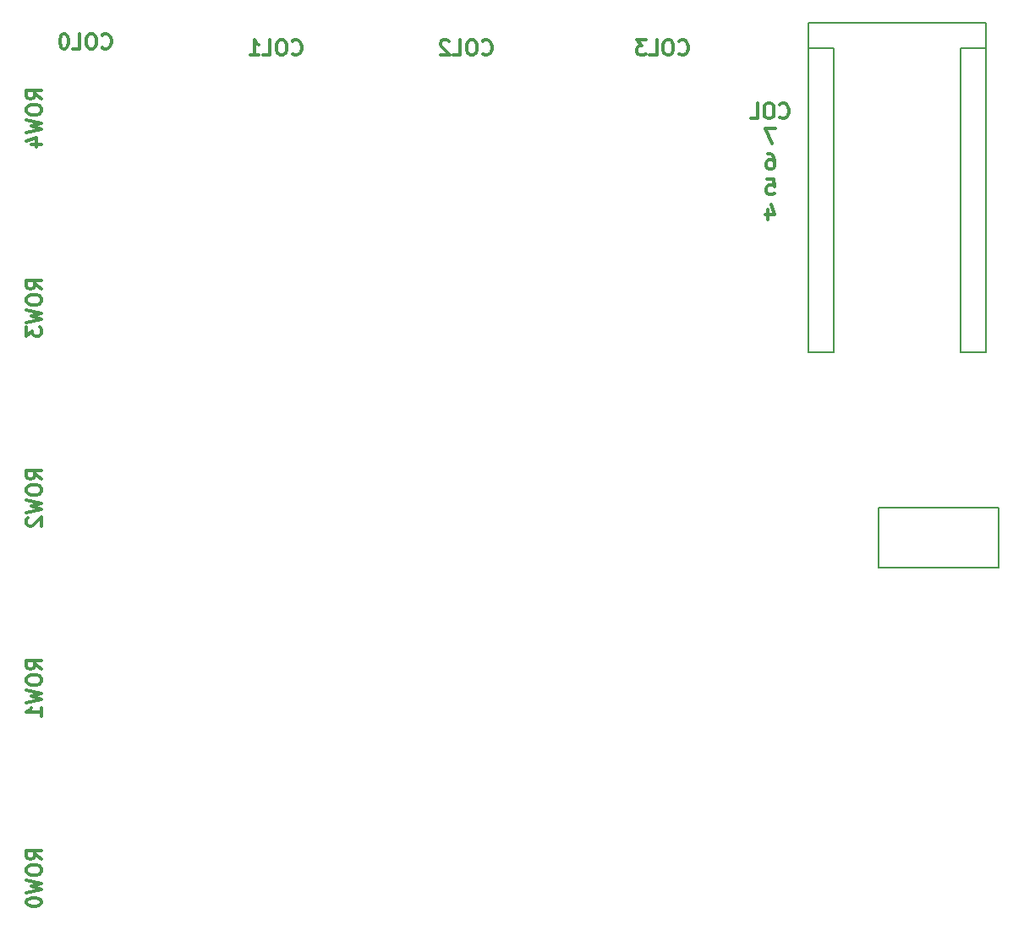
<source format=gbr>
G04 #@! TF.GenerationSoftware,KiCad,Pcbnew,5.0.2-bee76a0~70~ubuntu16.04.1*
G04 #@! TF.CreationDate,2019-02-17T20:15:13+09:00*
G04 #@! TF.ProjectId,msykbd,6d73796b-6264-42e6-9b69-6361645f7063,rev?*
G04 #@! TF.SameCoordinates,Original*
G04 #@! TF.FileFunction,Legend,Bot*
G04 #@! TF.FilePolarity,Positive*
%FSLAX46Y46*%
G04 Gerber Fmt 4.6, Leading zero omitted, Abs format (unit mm)*
G04 Created by KiCad (PCBNEW 5.0.2-bee76a0~70~ubuntu16.04.1) date 2019年02月17日 20時15分13秒*
%MOMM*%
%LPD*%
G01*
G04 APERTURE LIST*
%ADD10C,0.300000*%
%ADD11C,0.150000*%
G04 APERTURE END LIST*
D10*
X32583571Y-113832142D02*
X31869285Y-113332142D01*
X32583571Y-112975000D02*
X31083571Y-112975000D01*
X31083571Y-113546428D01*
X31155000Y-113689285D01*
X31226428Y-113760714D01*
X31369285Y-113832142D01*
X31583571Y-113832142D01*
X31726428Y-113760714D01*
X31797857Y-113689285D01*
X31869285Y-113546428D01*
X31869285Y-112975000D01*
X31083571Y-114760714D02*
X31083571Y-115046428D01*
X31155000Y-115189285D01*
X31297857Y-115332142D01*
X31583571Y-115403571D01*
X32083571Y-115403571D01*
X32369285Y-115332142D01*
X32512142Y-115189285D01*
X32583571Y-115046428D01*
X32583571Y-114760714D01*
X32512142Y-114617857D01*
X32369285Y-114475000D01*
X32083571Y-114403571D01*
X31583571Y-114403571D01*
X31297857Y-114475000D01*
X31155000Y-114617857D01*
X31083571Y-114760714D01*
X31083571Y-115903571D02*
X32583571Y-116260714D01*
X31512142Y-116546428D01*
X32583571Y-116832142D01*
X31083571Y-117189285D01*
X31083571Y-118046428D02*
X31083571Y-118189285D01*
X31155000Y-118332142D01*
X31226428Y-118403571D01*
X31369285Y-118475000D01*
X31655000Y-118546428D01*
X32012142Y-118546428D01*
X32297857Y-118475000D01*
X32440714Y-118403571D01*
X32512142Y-118332142D01*
X32583571Y-118189285D01*
X32583571Y-118046428D01*
X32512142Y-117903571D01*
X32440714Y-117832142D01*
X32297857Y-117760714D01*
X32012142Y-117689285D01*
X31655000Y-117689285D01*
X31369285Y-117760714D01*
X31226428Y-117832142D01*
X31155000Y-117903571D01*
X31083571Y-118046428D01*
X32583571Y-94782142D02*
X31869285Y-94282142D01*
X32583571Y-93925000D02*
X31083571Y-93925000D01*
X31083571Y-94496428D01*
X31155000Y-94639285D01*
X31226428Y-94710714D01*
X31369285Y-94782142D01*
X31583571Y-94782142D01*
X31726428Y-94710714D01*
X31797857Y-94639285D01*
X31869285Y-94496428D01*
X31869285Y-93925000D01*
X31083571Y-95710714D02*
X31083571Y-95996428D01*
X31155000Y-96139285D01*
X31297857Y-96282142D01*
X31583571Y-96353571D01*
X32083571Y-96353571D01*
X32369285Y-96282142D01*
X32512142Y-96139285D01*
X32583571Y-95996428D01*
X32583571Y-95710714D01*
X32512142Y-95567857D01*
X32369285Y-95425000D01*
X32083571Y-95353571D01*
X31583571Y-95353571D01*
X31297857Y-95425000D01*
X31155000Y-95567857D01*
X31083571Y-95710714D01*
X31083571Y-96853571D02*
X32583571Y-97210714D01*
X31512142Y-97496428D01*
X32583571Y-97782142D01*
X31083571Y-98139285D01*
X32583571Y-99496428D02*
X32583571Y-98639285D01*
X32583571Y-99067857D02*
X31083571Y-99067857D01*
X31297857Y-98925000D01*
X31440714Y-98782142D01*
X31512142Y-98639285D01*
X32583571Y-75732142D02*
X31869285Y-75232142D01*
X32583571Y-74875000D02*
X31083571Y-74875000D01*
X31083571Y-75446428D01*
X31155000Y-75589285D01*
X31226428Y-75660714D01*
X31369285Y-75732142D01*
X31583571Y-75732142D01*
X31726428Y-75660714D01*
X31797857Y-75589285D01*
X31869285Y-75446428D01*
X31869285Y-74875000D01*
X31083571Y-76660714D02*
X31083571Y-76946428D01*
X31155000Y-77089285D01*
X31297857Y-77232142D01*
X31583571Y-77303571D01*
X32083571Y-77303571D01*
X32369285Y-77232142D01*
X32512142Y-77089285D01*
X32583571Y-76946428D01*
X32583571Y-76660714D01*
X32512142Y-76517857D01*
X32369285Y-76375000D01*
X32083571Y-76303571D01*
X31583571Y-76303571D01*
X31297857Y-76375000D01*
X31155000Y-76517857D01*
X31083571Y-76660714D01*
X31083571Y-77803571D02*
X32583571Y-78160714D01*
X31512142Y-78446428D01*
X32583571Y-78732142D01*
X31083571Y-79089285D01*
X31226428Y-79589285D02*
X31155000Y-79660714D01*
X31083571Y-79803571D01*
X31083571Y-80160714D01*
X31155000Y-80303571D01*
X31226428Y-80375000D01*
X31369285Y-80446428D01*
X31512142Y-80446428D01*
X31726428Y-80375000D01*
X32583571Y-79517857D01*
X32583571Y-80446428D01*
X32583571Y-56682142D02*
X31869285Y-56182142D01*
X32583571Y-55825000D02*
X31083571Y-55825000D01*
X31083571Y-56396428D01*
X31155000Y-56539285D01*
X31226428Y-56610714D01*
X31369285Y-56682142D01*
X31583571Y-56682142D01*
X31726428Y-56610714D01*
X31797857Y-56539285D01*
X31869285Y-56396428D01*
X31869285Y-55825000D01*
X31083571Y-57610714D02*
X31083571Y-57896428D01*
X31155000Y-58039285D01*
X31297857Y-58182142D01*
X31583571Y-58253571D01*
X32083571Y-58253571D01*
X32369285Y-58182142D01*
X32512142Y-58039285D01*
X32583571Y-57896428D01*
X32583571Y-57610714D01*
X32512142Y-57467857D01*
X32369285Y-57325000D01*
X32083571Y-57253571D01*
X31583571Y-57253571D01*
X31297857Y-57325000D01*
X31155000Y-57467857D01*
X31083571Y-57610714D01*
X31083571Y-58753571D02*
X32583571Y-59110714D01*
X31512142Y-59396428D01*
X32583571Y-59682142D01*
X31083571Y-60039285D01*
X31083571Y-60467857D02*
X31083571Y-61396428D01*
X31655000Y-60896428D01*
X31655000Y-61110714D01*
X31726428Y-61253571D01*
X31797857Y-61325000D01*
X31940714Y-61396428D01*
X32297857Y-61396428D01*
X32440714Y-61325000D01*
X32512142Y-61253571D01*
X32583571Y-61110714D01*
X32583571Y-60682142D01*
X32512142Y-60539285D01*
X32440714Y-60467857D01*
X32583571Y-37632142D02*
X31869285Y-37132142D01*
X32583571Y-36775000D02*
X31083571Y-36775000D01*
X31083571Y-37346428D01*
X31155000Y-37489285D01*
X31226428Y-37560714D01*
X31369285Y-37632142D01*
X31583571Y-37632142D01*
X31726428Y-37560714D01*
X31797857Y-37489285D01*
X31869285Y-37346428D01*
X31869285Y-36775000D01*
X31083571Y-38560714D02*
X31083571Y-38846428D01*
X31155000Y-38989285D01*
X31297857Y-39132142D01*
X31583571Y-39203571D01*
X32083571Y-39203571D01*
X32369285Y-39132142D01*
X32512142Y-38989285D01*
X32583571Y-38846428D01*
X32583571Y-38560714D01*
X32512142Y-38417857D01*
X32369285Y-38275000D01*
X32083571Y-38203571D01*
X31583571Y-38203571D01*
X31297857Y-38275000D01*
X31155000Y-38417857D01*
X31083571Y-38560714D01*
X31083571Y-39703571D02*
X32583571Y-40060714D01*
X31512142Y-40346428D01*
X32583571Y-40632142D01*
X31083571Y-40989285D01*
X31583571Y-42203571D02*
X32583571Y-42203571D01*
X31012142Y-41846428D02*
X32083571Y-41489285D01*
X32083571Y-42417857D01*
X105279285Y-48728571D02*
X105279285Y-49728571D01*
X105636428Y-48157142D02*
X105993571Y-49228571D01*
X105065000Y-49228571D01*
X105207857Y-45688571D02*
X105922142Y-45688571D01*
X105993571Y-46402857D01*
X105922142Y-46331428D01*
X105779285Y-46260000D01*
X105422142Y-46260000D01*
X105279285Y-46331428D01*
X105207857Y-46402857D01*
X105136428Y-46545714D01*
X105136428Y-46902857D01*
X105207857Y-47045714D01*
X105279285Y-47117142D01*
X105422142Y-47188571D01*
X105779285Y-47188571D01*
X105922142Y-47117142D01*
X105993571Y-47045714D01*
X105279285Y-43148571D02*
X105565000Y-43148571D01*
X105707857Y-43220000D01*
X105779285Y-43291428D01*
X105922142Y-43505714D01*
X105993571Y-43791428D01*
X105993571Y-44362857D01*
X105922142Y-44505714D01*
X105850714Y-44577142D01*
X105707857Y-44648571D01*
X105422142Y-44648571D01*
X105279285Y-44577142D01*
X105207857Y-44505714D01*
X105136428Y-44362857D01*
X105136428Y-44005714D01*
X105207857Y-43862857D01*
X105279285Y-43791428D01*
X105422142Y-43720000D01*
X105707857Y-43720000D01*
X105850714Y-43791428D01*
X105922142Y-43862857D01*
X105993571Y-44005714D01*
X106065000Y-40608571D02*
X105065000Y-40608571D01*
X105707857Y-42108571D01*
X106493571Y-39425714D02*
X106565000Y-39497142D01*
X106779285Y-39568571D01*
X106922142Y-39568571D01*
X107136428Y-39497142D01*
X107279285Y-39354285D01*
X107350714Y-39211428D01*
X107422142Y-38925714D01*
X107422142Y-38711428D01*
X107350714Y-38425714D01*
X107279285Y-38282857D01*
X107136428Y-38140000D01*
X106922142Y-38068571D01*
X106779285Y-38068571D01*
X106565000Y-38140000D01*
X106493571Y-38211428D01*
X105565000Y-38068571D02*
X105279285Y-38068571D01*
X105136428Y-38140000D01*
X104993571Y-38282857D01*
X104922142Y-38568571D01*
X104922142Y-39068571D01*
X104993571Y-39354285D01*
X105136428Y-39497142D01*
X105279285Y-39568571D01*
X105565000Y-39568571D01*
X105707857Y-39497142D01*
X105850714Y-39354285D01*
X105922142Y-39068571D01*
X105922142Y-38568571D01*
X105850714Y-38282857D01*
X105707857Y-38140000D01*
X105565000Y-38068571D01*
X103565000Y-39568571D02*
X104279285Y-39568571D01*
X104279285Y-38068571D01*
X96412857Y-33075714D02*
X96484285Y-33147142D01*
X96698571Y-33218571D01*
X96841428Y-33218571D01*
X97055714Y-33147142D01*
X97198571Y-33004285D01*
X97270000Y-32861428D01*
X97341428Y-32575714D01*
X97341428Y-32361428D01*
X97270000Y-32075714D01*
X97198571Y-31932857D01*
X97055714Y-31790000D01*
X96841428Y-31718571D01*
X96698571Y-31718571D01*
X96484285Y-31790000D01*
X96412857Y-31861428D01*
X95484285Y-31718571D02*
X95198571Y-31718571D01*
X95055714Y-31790000D01*
X94912857Y-31932857D01*
X94841428Y-32218571D01*
X94841428Y-32718571D01*
X94912857Y-33004285D01*
X95055714Y-33147142D01*
X95198571Y-33218571D01*
X95484285Y-33218571D01*
X95627142Y-33147142D01*
X95770000Y-33004285D01*
X95841428Y-32718571D01*
X95841428Y-32218571D01*
X95770000Y-31932857D01*
X95627142Y-31790000D01*
X95484285Y-31718571D01*
X93484285Y-33218571D02*
X94198571Y-33218571D01*
X94198571Y-31718571D01*
X93127142Y-31718571D02*
X92198571Y-31718571D01*
X92698571Y-32290000D01*
X92484285Y-32290000D01*
X92341428Y-32361428D01*
X92270000Y-32432857D01*
X92198571Y-32575714D01*
X92198571Y-32932857D01*
X92270000Y-33075714D01*
X92341428Y-33147142D01*
X92484285Y-33218571D01*
X92912857Y-33218571D01*
X93055714Y-33147142D01*
X93127142Y-33075714D01*
X76727857Y-33075714D02*
X76799285Y-33147142D01*
X77013571Y-33218571D01*
X77156428Y-33218571D01*
X77370714Y-33147142D01*
X77513571Y-33004285D01*
X77585000Y-32861428D01*
X77656428Y-32575714D01*
X77656428Y-32361428D01*
X77585000Y-32075714D01*
X77513571Y-31932857D01*
X77370714Y-31790000D01*
X77156428Y-31718571D01*
X77013571Y-31718571D01*
X76799285Y-31790000D01*
X76727857Y-31861428D01*
X75799285Y-31718571D02*
X75513571Y-31718571D01*
X75370714Y-31790000D01*
X75227857Y-31932857D01*
X75156428Y-32218571D01*
X75156428Y-32718571D01*
X75227857Y-33004285D01*
X75370714Y-33147142D01*
X75513571Y-33218571D01*
X75799285Y-33218571D01*
X75942142Y-33147142D01*
X76085000Y-33004285D01*
X76156428Y-32718571D01*
X76156428Y-32218571D01*
X76085000Y-31932857D01*
X75942142Y-31790000D01*
X75799285Y-31718571D01*
X73799285Y-33218571D02*
X74513571Y-33218571D01*
X74513571Y-31718571D01*
X73370714Y-31861428D02*
X73299285Y-31790000D01*
X73156428Y-31718571D01*
X72799285Y-31718571D01*
X72656428Y-31790000D01*
X72585000Y-31861428D01*
X72513571Y-32004285D01*
X72513571Y-32147142D01*
X72585000Y-32361428D01*
X73442142Y-33218571D01*
X72513571Y-33218571D01*
X57677857Y-33075714D02*
X57749285Y-33147142D01*
X57963571Y-33218571D01*
X58106428Y-33218571D01*
X58320714Y-33147142D01*
X58463571Y-33004285D01*
X58535000Y-32861428D01*
X58606428Y-32575714D01*
X58606428Y-32361428D01*
X58535000Y-32075714D01*
X58463571Y-31932857D01*
X58320714Y-31790000D01*
X58106428Y-31718571D01*
X57963571Y-31718571D01*
X57749285Y-31790000D01*
X57677857Y-31861428D01*
X56749285Y-31718571D02*
X56463571Y-31718571D01*
X56320714Y-31790000D01*
X56177857Y-31932857D01*
X56106428Y-32218571D01*
X56106428Y-32718571D01*
X56177857Y-33004285D01*
X56320714Y-33147142D01*
X56463571Y-33218571D01*
X56749285Y-33218571D01*
X56892142Y-33147142D01*
X57035000Y-33004285D01*
X57106428Y-32718571D01*
X57106428Y-32218571D01*
X57035000Y-31932857D01*
X56892142Y-31790000D01*
X56749285Y-31718571D01*
X54749285Y-33218571D02*
X55463571Y-33218571D01*
X55463571Y-31718571D01*
X53463571Y-33218571D02*
X54320714Y-33218571D01*
X53892142Y-33218571D02*
X53892142Y-31718571D01*
X54035000Y-31932857D01*
X54177857Y-32075714D01*
X54320714Y-32147142D01*
X38627857Y-32440714D02*
X38699285Y-32512142D01*
X38913571Y-32583571D01*
X39056428Y-32583571D01*
X39270714Y-32512142D01*
X39413571Y-32369285D01*
X39485000Y-32226428D01*
X39556428Y-31940714D01*
X39556428Y-31726428D01*
X39485000Y-31440714D01*
X39413571Y-31297857D01*
X39270714Y-31155000D01*
X39056428Y-31083571D01*
X38913571Y-31083571D01*
X38699285Y-31155000D01*
X38627857Y-31226428D01*
X37699285Y-31083571D02*
X37413571Y-31083571D01*
X37270714Y-31155000D01*
X37127857Y-31297857D01*
X37056428Y-31583571D01*
X37056428Y-32083571D01*
X37127857Y-32369285D01*
X37270714Y-32512142D01*
X37413571Y-32583571D01*
X37699285Y-32583571D01*
X37842142Y-32512142D01*
X37985000Y-32369285D01*
X38056428Y-32083571D01*
X38056428Y-31583571D01*
X37985000Y-31297857D01*
X37842142Y-31155000D01*
X37699285Y-31083571D01*
X35699285Y-32583571D02*
X36413571Y-32583571D01*
X36413571Y-31083571D01*
X34913571Y-31083571D02*
X34770714Y-31083571D01*
X34627857Y-31155000D01*
X34556428Y-31226428D01*
X34485000Y-31369285D01*
X34413571Y-31655000D01*
X34413571Y-32012142D01*
X34485000Y-32297857D01*
X34556428Y-32440714D01*
X34627857Y-32512142D01*
X34770714Y-32583571D01*
X34913571Y-32583571D01*
X35056428Y-32512142D01*
X35127857Y-32440714D01*
X35199285Y-32297857D01*
X35270714Y-32012142D01*
X35270714Y-31655000D01*
X35199285Y-31369285D01*
X35127857Y-31226428D01*
X35056428Y-31155000D01*
X34913571Y-31083571D01*
D11*
G04 #@! TO.C,J14*
X128425000Y-78590000D02*
X128425000Y-84590000D01*
X128425000Y-84590000D02*
X116425000Y-84590000D01*
X116425000Y-84590000D02*
X116425000Y-78590000D01*
X116425000Y-78590000D02*
X128425000Y-78590000D01*
G04 #@! TO.C,U1*
X109375000Y-63020000D02*
X109375000Y-32540000D01*
X111915000Y-63020000D02*
X109375000Y-63020000D01*
X111915000Y-32540000D02*
X111915000Y-63020000D01*
X109375000Y-32540000D02*
X111915000Y-32540000D01*
X124615000Y-63020000D02*
X124615000Y-32540000D01*
X127155000Y-63020000D02*
X124615000Y-63020000D01*
X127155000Y-32540000D02*
X127155000Y-63020000D01*
X124615000Y-32540000D02*
X127155000Y-32540000D01*
X109375000Y-63020000D02*
X109375000Y-30000000D01*
X127155000Y-30000000D02*
X127155000Y-63020000D01*
X109375000Y-30000000D02*
X127155000Y-30000000D01*
G04 #@! TD*
M02*

</source>
